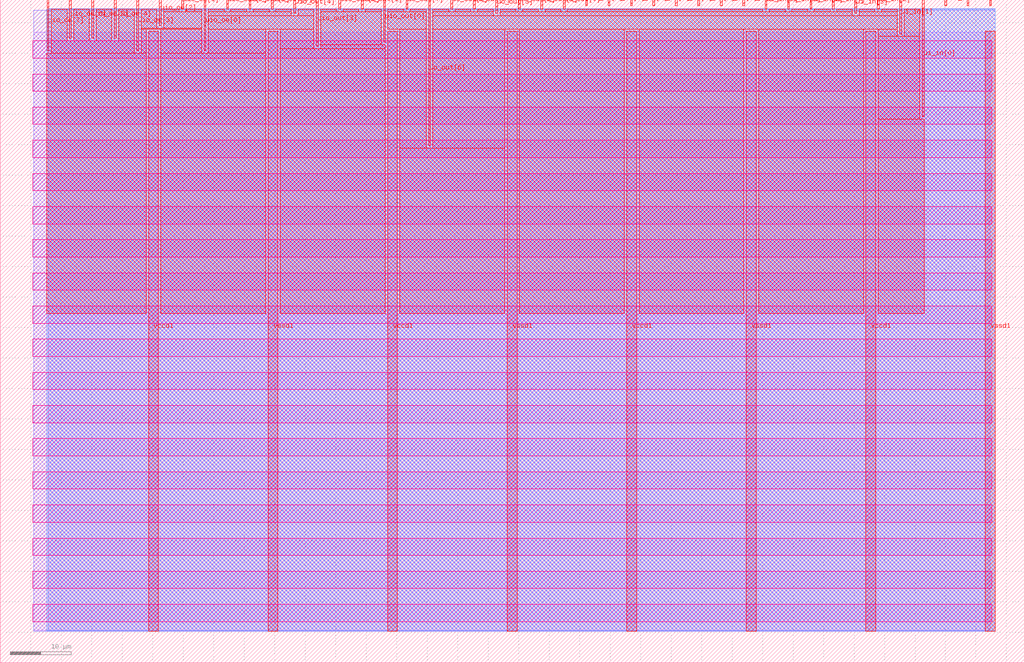
<source format=lef>
VERSION 5.7 ;
  NOWIREEXTENSIONATPIN ON ;
  DIVIDERCHAR "/" ;
  BUSBITCHARS "[]" ;
MACRO tt_um_ringosc_cnt
  CLASS BLOCK ;
  FOREIGN tt_um_ringosc_cnt ;
  ORIGIN 0.000 0.000 ;
  SIZE 167.900 BY 108.800 ;
  PIN clk
    DIRECTION INPUT ;
    USE SIGNAL ;
    PORT
      LAYER met4 ;
        RECT 158.550 107.800 158.850 108.800 ;
    END
  END clk
  PIN ena
    DIRECTION INPUT ;
    USE SIGNAL ;
    PORT
      LAYER met4 ;
        RECT 162.230 107.800 162.530 108.800 ;
    END
  END ena
  PIN rst_n
    DIRECTION INPUT ;
    USE SIGNAL ;
    PORT
      LAYER met4 ;
        RECT 154.870 107.800 155.170 108.800 ;
    END
  END rst_n
  PIN ui_in[0]
    DIRECTION INPUT ;
    USE SIGNAL ;
    PORT
      LAYER met4 ;
        RECT 151.190 89.580 151.490 108.800 ;
    END
  END ui_in[0]
  PIN ui_in[1]
    DIRECTION INPUT ;
    USE SIGNAL ;
    PORT
      LAYER met4 ;
        RECT 147.510 103.180 147.810 108.800 ;
    END
  END ui_in[1]
  PIN ui_in[2]
    DIRECTION INPUT ;
    USE SIGNAL ;
    PORT
      LAYER met4 ;
        RECT 143.830 107.260 144.130 108.800 ;
    END
  END ui_in[2]
  PIN ui_in[3]
    DIRECTION INPUT ;
    USE SIGNAL ;
    PORT
      LAYER met4 ;
        RECT 140.150 106.580 140.450 108.800 ;
    END
  END ui_in[3]
  PIN ui_in[4]
    DIRECTION INPUT ;
    USE SIGNAL ;
    PORT
      LAYER met4 ;
        RECT 136.470 107.260 136.770 108.800 ;
    END
  END ui_in[4]
  PIN ui_in[5]
    DIRECTION INPUT ;
    USE SIGNAL ;
    PORT
      LAYER met4 ;
        RECT 132.790 107.260 133.090 108.800 ;
    END
  END ui_in[5]
  PIN ui_in[6]
    DIRECTION INPUT ;
    USE SIGNAL ;
    PORT
      LAYER met4 ;
        RECT 129.110 107.260 129.410 108.800 ;
    END
  END ui_in[6]
  PIN ui_in[7]
    DIRECTION INPUT ;
    USE SIGNAL ;
    PORT
      LAYER met4 ;
        RECT 125.430 107.260 125.730 108.800 ;
    END
  END ui_in[7]
  PIN uio_in[0]
    DIRECTION INPUT ;
    USE SIGNAL ;
    PORT
      LAYER met4 ;
        RECT 121.750 107.800 122.050 108.800 ;
    END
  END uio_in[0]
  PIN uio_in[1]
    DIRECTION INPUT ;
    USE SIGNAL ;
    PORT
      LAYER met4 ;
        RECT 118.070 107.800 118.370 108.800 ;
    END
  END uio_in[1]
  PIN uio_in[2]
    DIRECTION INPUT ;
    USE SIGNAL ;
    PORT
      LAYER met4 ;
        RECT 114.390 107.800 114.690 108.800 ;
    END
  END uio_in[2]
  PIN uio_in[3]
    DIRECTION INPUT ;
    USE SIGNAL ;
    PORT
      LAYER met4 ;
        RECT 110.710 107.800 111.010 108.800 ;
    END
  END uio_in[3]
  PIN uio_in[4]
    DIRECTION INPUT ;
    USE SIGNAL ;
    PORT
      LAYER met4 ;
        RECT 107.030 107.800 107.330 108.800 ;
    END
  END uio_in[4]
  PIN uio_in[5]
    DIRECTION INPUT ;
    USE SIGNAL ;
    PORT
      LAYER met4 ;
        RECT 103.350 107.800 103.650 108.800 ;
    END
  END uio_in[5]
  PIN uio_in[6]
    DIRECTION INPUT ;
    USE SIGNAL ;
    PORT
      LAYER met4 ;
        RECT 99.670 107.800 99.970 108.800 ;
    END
  END uio_in[6]
  PIN uio_in[7]
    DIRECTION INPUT ;
    USE SIGNAL ;
    PORT
      LAYER met4 ;
        RECT 95.990 107.800 96.290 108.800 ;
    END
  END uio_in[7]
  PIN uio_oe[0]
    DIRECTION OUTPUT TRISTATE ;
    USE SIGNAL ;
    PORT
      LAYER met4 ;
        RECT 33.430 100.460 33.730 108.800 ;
    END
  END uio_oe[0]
  PIN uio_oe[1]
    DIRECTION OUTPUT TRISTATE ;
    USE SIGNAL ;
    PORT
      LAYER met4 ;
        RECT 29.750 107.260 30.050 108.800 ;
    END
  END uio_oe[1]
  PIN uio_oe[2]
    DIRECTION OUTPUT TRISTATE ;
    USE SIGNAL ;
    PORT
      LAYER met4 ;
        RECT 26.070 104.540 26.370 108.800 ;
    END
  END uio_oe[2]
  PIN uio_oe[3]
    DIRECTION OUTPUT TRISTATE ;
    USE SIGNAL ;
    PORT
      LAYER met4 ;
        RECT 22.390 100.460 22.690 108.800 ;
    END
  END uio_oe[3]
  PIN uio_oe[4]
    DIRECTION OUTPUT TRISTATE ;
    USE SIGNAL ;
    PORT
      LAYER met4 ;
        RECT 18.710 102.500 19.010 108.800 ;
    END
  END uio_oe[4]
  PIN uio_oe[5]
    DIRECTION OUTPUT TRISTATE ;
    USE SIGNAL ;
    PORT
      LAYER met4 ;
        RECT 15.030 102.500 15.330 108.800 ;
    END
  END uio_oe[5]
  PIN uio_oe[6]
    DIRECTION OUTPUT TRISTATE ;
    USE SIGNAL ;
    PORT
      LAYER met4 ;
        RECT 11.350 102.500 11.650 108.800 ;
    END
  END uio_oe[6]
  PIN uio_oe[7]
    DIRECTION OUTPUT TRISTATE ;
    USE SIGNAL ;
    PORT
      LAYER met4 ;
        RECT 7.670 100.460 7.970 108.800 ;
    END
  END uio_oe[7]
  PIN uio_out[0]
    DIRECTION OUTPUT TRISTATE ;
    USE SIGNAL ;
    PORT
      LAYER met4 ;
        RECT 62.870 101.820 63.170 108.800 ;
    END
  END uio_out[0]
  PIN uio_out[1]
    DIRECTION OUTPUT TRISTATE ;
    USE SIGNAL ;
    PORT
      LAYER met4 ;
        RECT 59.190 107.260 59.490 108.800 ;
    END
  END uio_out[1]
  PIN uio_out[2]
    DIRECTION OUTPUT TRISTATE ;
    USE SIGNAL ;
    PORT
      LAYER met4 ;
        RECT 55.510 107.260 55.810 108.800 ;
    END
  END uio_out[2]
  PIN uio_out[3]
    DIRECTION OUTPUT TRISTATE ;
    USE SIGNAL ;
    PORT
      LAYER met4 ;
        RECT 51.830 101.140 52.130 108.800 ;
    END
  END uio_out[3]
  PIN uio_out[4]
    DIRECTION OUTPUT TRISTATE ;
    USE SIGNAL ;
    PORT
      LAYER met4 ;
        RECT 48.150 106.580 48.450 108.800 ;
    END
  END uio_out[4]
  PIN uio_out[5]
    DIRECTION OUTPUT TRISTATE ;
    USE SIGNAL ;
    PORT
      LAYER met4 ;
        RECT 44.470 107.260 44.770 108.800 ;
    END
  END uio_out[5]
  PIN uio_out[6]
    DIRECTION OUTPUT TRISTATE ;
    USE SIGNAL ;
    PORT
      LAYER met4 ;
        RECT 40.790 107.260 41.090 108.800 ;
    END
  END uio_out[6]
  PIN uio_out[7]
    DIRECTION OUTPUT TRISTATE ;
    USE SIGNAL ;
    PORT
      LAYER met4 ;
        RECT 37.110 107.260 37.410 108.800 ;
    END
  END uio_out[7]
  PIN uo_out[0]
    DIRECTION OUTPUT TRISTATE ;
    USE SIGNAL ;
    PORT
      LAYER met4 ;
        RECT 92.310 107.260 92.610 108.800 ;
    END
  END uo_out[0]
  PIN uo_out[1]
    DIRECTION OUTPUT TRISTATE ;
    USE SIGNAL ;
    PORT
      LAYER met4 ;
        RECT 88.630 107.260 88.930 108.800 ;
    END
  END uo_out[1]
  PIN uo_out[2]
    DIRECTION OUTPUT TRISTATE ;
    USE SIGNAL ;
    PORT
      LAYER met4 ;
        RECT 84.950 107.260 85.250 108.800 ;
    END
  END uo_out[2]
  PIN uo_out[3]
    DIRECTION OUTPUT TRISTATE ;
    USE SIGNAL ;
    PORT
      LAYER met4 ;
        RECT 81.270 106.580 81.570 108.800 ;
    END
  END uo_out[3]
  PIN uo_out[4]
    DIRECTION OUTPUT TRISTATE ;
    USE SIGNAL ;
    PORT
      LAYER met4 ;
        RECT 77.590 107.260 77.890 108.800 ;
    END
  END uo_out[4]
  PIN uo_out[5]
    DIRECTION OUTPUT TRISTATE ;
    USE SIGNAL ;
    PORT
      LAYER met4 ;
        RECT 73.910 107.260 74.210 108.800 ;
    END
  END uo_out[5]
  PIN uo_out[6]
    DIRECTION OUTPUT TRISTATE ;
    USE SIGNAL ;
    PORT
      LAYER met4 ;
        RECT 70.230 84.820 70.530 108.800 ;
    END
  END uo_out[6]
  PIN uo_out[7]
    DIRECTION OUTPUT TRISTATE ;
    USE SIGNAL ;
    PORT
      LAYER met4 ;
        RECT 66.550 107.260 66.850 108.800 ;
    END
  END uo_out[7]
  PIN vccd1
    DIRECTION INOUT ;
    USE POWER ;
    PORT
      LAYER met4 ;
        RECT 24.325 5.200 25.925 103.600 ;
    END
    PORT
      LAYER met4 ;
        RECT 63.535 5.200 65.135 103.600 ;
    END
    PORT
      LAYER met4 ;
        RECT 102.745 5.200 104.345 103.600 ;
    END
    PORT
      LAYER met4 ;
        RECT 141.955 5.200 143.555 103.600 ;
    END
  END vccd1
  PIN vssd1
    DIRECTION INOUT ;
    USE GROUND ;
    PORT
      LAYER met4 ;
        RECT 43.930 5.200 45.530 103.600 ;
    END
    PORT
      LAYER met4 ;
        RECT 83.140 5.200 84.740 103.600 ;
    END
    PORT
      LAYER met4 ;
        RECT 122.350 5.200 123.950 103.600 ;
    END
    PORT
      LAYER met4 ;
        RECT 161.560 5.200 163.160 103.600 ;
    END
  END vssd1
  OBS
      LAYER nwell ;
        RECT 5.330 99.225 162.570 102.055 ;
        RECT 5.330 93.785 162.570 96.615 ;
        RECT 5.330 88.345 162.570 91.175 ;
        RECT 5.330 82.905 162.570 85.735 ;
        RECT 5.330 77.465 162.570 80.295 ;
        RECT 5.330 72.025 162.570 74.855 ;
        RECT 5.330 66.585 162.570 69.415 ;
        RECT 5.330 61.145 162.570 63.975 ;
        RECT 5.330 55.705 162.570 58.535 ;
        RECT 5.330 50.265 162.570 53.095 ;
        RECT 5.330 44.825 162.570 47.655 ;
        RECT 5.330 39.385 162.570 42.215 ;
        RECT 5.330 33.945 162.570 36.775 ;
        RECT 5.330 28.505 162.570 31.335 ;
        RECT 5.330 23.065 162.570 25.895 ;
        RECT 5.330 17.625 162.570 20.455 ;
        RECT 5.330 12.185 162.570 15.015 ;
        RECT 5.330 6.745 162.570 9.575 ;
      LAYER li1 ;
        RECT 5.520 5.355 162.380 103.445 ;
      LAYER met1 ;
        RECT 5.520 5.200 163.160 107.060 ;
      LAYER met2 ;
        RECT 7.910 5.255 163.130 107.285 ;
      LAYER met3 ;
        RECT 7.630 5.275 163.150 107.265 ;
      LAYER met4 ;
        RECT 8.370 102.100 10.950 107.265 ;
        RECT 12.050 102.100 14.630 107.265 ;
        RECT 15.730 102.100 18.310 107.265 ;
        RECT 19.410 102.100 21.990 107.265 ;
        RECT 8.370 100.060 21.990 102.100 ;
        RECT 23.090 104.140 25.670 107.265 ;
        RECT 26.770 106.860 29.350 107.265 ;
        RECT 30.450 106.860 33.030 107.265 ;
        RECT 26.770 104.140 33.030 106.860 ;
        RECT 23.090 104.000 33.030 104.140 ;
        RECT 23.090 100.060 23.925 104.000 ;
        RECT 7.655 57.295 23.925 100.060 ;
        RECT 26.325 100.060 33.030 104.000 ;
        RECT 34.130 106.860 36.710 107.265 ;
        RECT 37.810 106.860 40.390 107.265 ;
        RECT 41.490 106.860 44.070 107.265 ;
        RECT 45.170 106.860 47.750 107.265 ;
        RECT 34.130 106.180 47.750 106.860 ;
        RECT 48.850 106.180 51.430 107.265 ;
        RECT 34.130 104.000 51.430 106.180 ;
        RECT 34.130 100.060 43.530 104.000 ;
        RECT 26.325 57.295 43.530 100.060 ;
        RECT 45.930 100.740 51.430 104.000 ;
        RECT 52.530 106.860 55.110 107.265 ;
        RECT 56.210 106.860 58.790 107.265 ;
        RECT 59.890 106.860 62.470 107.265 ;
        RECT 52.530 101.420 62.470 106.860 ;
        RECT 63.570 106.860 66.150 107.265 ;
        RECT 67.250 106.860 69.830 107.265 ;
        RECT 63.570 104.000 69.830 106.860 ;
        RECT 52.530 100.740 63.135 101.420 ;
        RECT 45.930 57.295 63.135 100.740 ;
        RECT 65.535 84.420 69.830 104.000 ;
        RECT 70.930 106.860 73.510 107.265 ;
        RECT 74.610 106.860 77.190 107.265 ;
        RECT 78.290 106.860 80.870 107.265 ;
        RECT 70.930 106.180 80.870 106.860 ;
        RECT 81.970 106.860 84.550 107.265 ;
        RECT 85.650 106.860 88.230 107.265 ;
        RECT 89.330 106.860 91.910 107.265 ;
        RECT 93.010 106.860 125.030 107.265 ;
        RECT 126.130 106.860 128.710 107.265 ;
        RECT 129.810 106.860 132.390 107.265 ;
        RECT 133.490 106.860 136.070 107.265 ;
        RECT 137.170 106.860 139.750 107.265 ;
        RECT 81.970 106.180 139.750 106.860 ;
        RECT 140.850 106.860 143.430 107.265 ;
        RECT 144.530 106.860 147.110 107.265 ;
        RECT 140.850 106.180 147.110 106.860 ;
        RECT 70.930 104.000 147.110 106.180 ;
        RECT 70.930 84.420 82.740 104.000 ;
        RECT 65.535 57.295 82.740 84.420 ;
        RECT 85.140 57.295 102.345 104.000 ;
        RECT 104.745 57.295 121.950 104.000 ;
        RECT 124.350 57.295 141.555 104.000 ;
        RECT 143.955 102.780 147.110 104.000 ;
        RECT 148.210 102.780 150.790 107.265 ;
        RECT 143.955 89.180 150.790 102.780 ;
        RECT 143.955 57.295 151.505 89.180 ;
  END
END tt_um_ringosc_cnt
END LIBRARY


</source>
